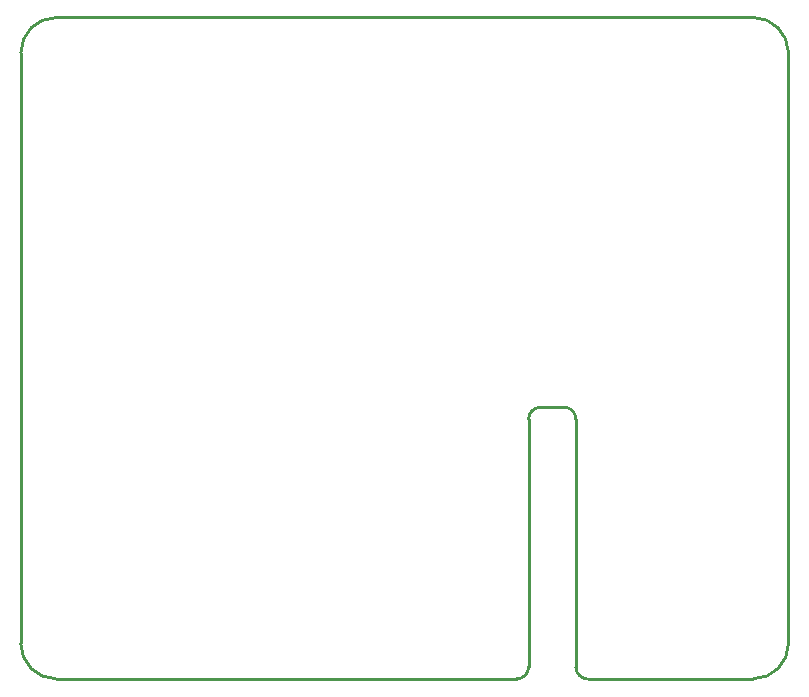
<source format=gko>
G04 Layer: BoardOutlineLayer*
G04 EasyEDA v6.5.40, 2024-03-19 00:07:40*
G04 3cfb54e61b884618aacb5dd00d766781,92418ead495845dc98574c5a0a119f62,10*
G04 Gerber Generator version 0.2*
G04 Scale: 100 percent, Rotated: No, Reflected: No *
G04 Dimensions in millimeters *
G04 leading zeros omitted , absolute positions ,4 integer and 5 decimal *
%FSLAX45Y45*%
%MOMM*%

%ADD10C,0.2540*%
D10*
X4699990Y2199995D02*
G01*
X4699990Y99999D01*
X299999Y0D02*
G01*
X4199991Y0D01*
X6499859Y5299963D02*
G01*
X6499859Y3486404D01*
X6499859Y299973D01*
X0Y299999D02*
G01*
X0Y5299989D01*
X299999Y5599988D02*
G01*
X6199987Y5599988D01*
X4299991Y99999D02*
G01*
X4299991Y2199995D01*
X4799990Y0D02*
G01*
X6199987Y0D01*
X4399991Y2299995D02*
G01*
X4599990Y2299995D01*
G75*
G01*
X6199988Y5599989D02*
G02*
X6499987Y5299989I0J-300000D01*
G75*
G01*
X6499987Y299999D02*
G02*
X6199988Y0I-299999J0D01*
G75*
G01*
X299999Y0D02*
G02*
X0Y299999I0J299999D01*
G75*
G01*
X0Y5299989D02*
G02*
X299999Y5599989I299999J0D01*
G75*
G01*
X4299991Y2199996D02*
G02*
X4399991Y2299995I100000J0D01*
G75*
G01*
X4599991Y2299995D02*
G02*
X4699991Y2199996I0J-99999D01*
G75*
G01*
X4299991Y100000D02*
G02*
X4199992Y0I-99999J0D01*
G75*
G01*
X4799990Y0D02*
G02*
X4699991Y100000I0J100000D01*

%LPD*%
M02*

</source>
